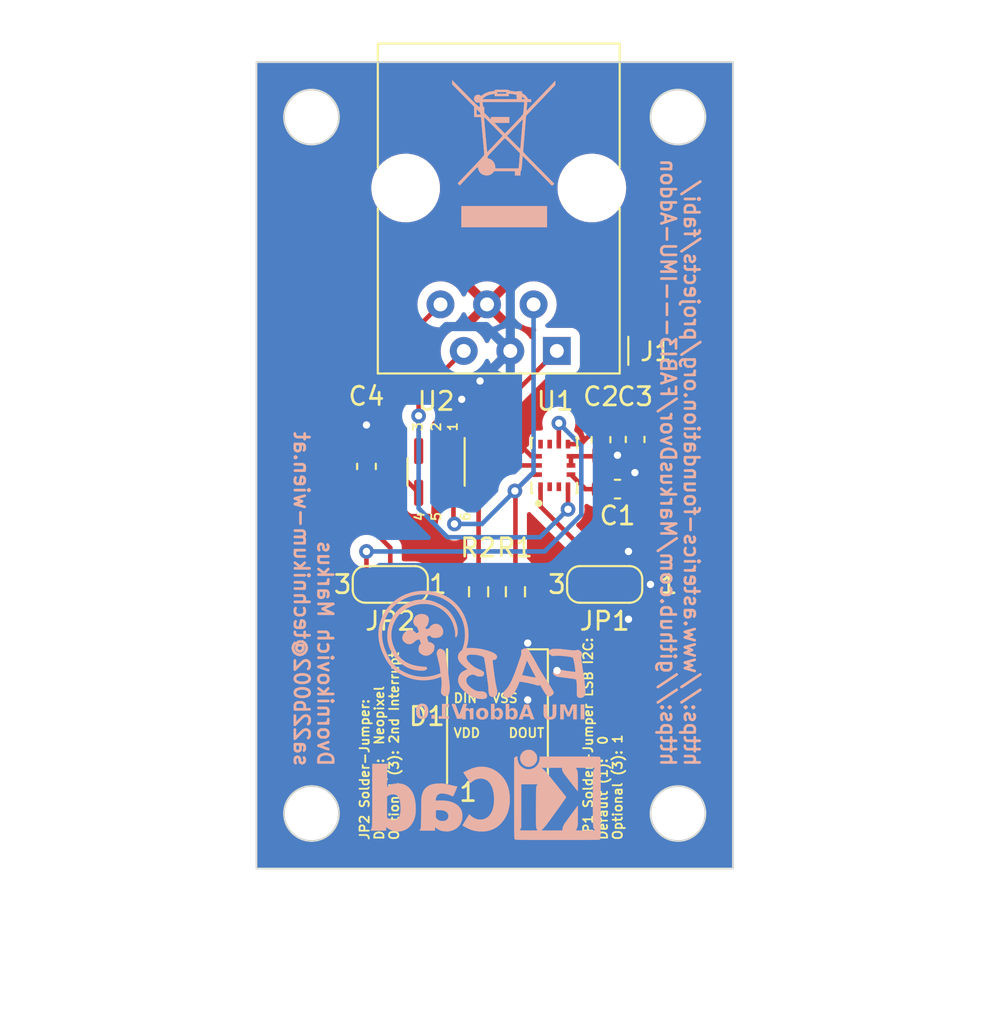
<source format=kicad_pcb>
(kicad_pcb (version 20221018) (generator pcbnew)
  (layers (0 "F.Cu" signal) (31 "B.Cu" signal) (34 "B.Paste" user) (35 "F.Paste" user) (36 "B.SilkS" user "B.Silkscreen") (37 "F.SilkS" user "F.Silkscreen") (38 "B.Mask" user) (39 "F.Mask" user) (44 "Edge.Cuts" user))
  (net 0 "")
  (net 1 "GND")
  (net 2 "+3V3")
  (net 3 "/SCL")
  (net 4 "/SDA")
  (net 5 "/EXT1")
  (net 6 "/EXT2")
  (net 11 "Net-(JP1-C)")
  (net 13 "Net-(D1-DIN)")
  (net 14 "Net-(JP2-B)")
  (footprint "Resistor_SMD:R_0603_1608Metric_Pad0.98x0.95mm_HandSolder" (layer "F.Cu") (at 198.13 71.4 90)
    (fp_text reference "R1" (at 2.4 -0.03 180) (layer "F.SilkS"))
    (fp_text value "10k")
    (pad "1" smd roundrect (at -0.9125 0 90) (size 0.975 0.95) (layers "F.Cu" "F.Paste" "F.Mask") (net 2 "+3V3"))
    (pad "2" smd roundrect (at 0.9125 0 90) (size 0.975 0.95) (layers "F.Cu" "F.Paste" "F.Mask") (net 4 "/SDA"))
  )
  (footprint "ICM-42670-P:IC_ICM-42670-P" (layer "F.Cu") (at 200.25 64.5075 90)
    (fp_text reference "U1" (at 3.5075 0.05 180) (layer "F.SilkS"))
    (fp_text value "ICM-42670-P")
    (pad "1" smd rect (at -1.1625 -0.75 90) (size 0.475 0.25) (layers "F.Cu" "F.Paste") (net 11 "Net-(JP1-C)"))
    (pad "2" smd rect (at -1.1625 -0.25 90) (size 0.475 0.25) (layers "F.Cu" "F.Paste"))
    (pad "3" smd rect (at -1.1625 0.25 90) (size 0.475 0.25) (layers "F.Cu" "F.Paste"))
    (pad "4" smd rect (at -1.1625 0.75 90) (size 0.475 0.25) (layers "F.Cu" "F.Paste") (net 5 "/EXT1"))
    (pad "5" smd rect (at -0.5 0.9125 90) (size 0.25 0.475) (layers "F.Cu" "F.Paste") (net 2 "+3V3"))
    (pad "6" smd rect (at 0 0.9125 90) (size 0.25 0.475) (layers "F.Cu" "F.Paste") (net 1 "GND"))
    (pad "7" smd rect (at 0.5 0.9125 90) (size 0.25 0.475) (layers "F.Cu" "F.Paste") (net 1 "GND"))
    (pad "8" smd rect (at 1.1625 0.75 90) (size 0.475 0.25) (layers "F.Cu" "F.Paste") (net 2 "+3V3"))
    (pad "9" smd rect (at 1.1625 0.25 90) (size 0.475 0.25) (layers "F.Cu" "F.Paste") (net 14 "Net-(JP2-B)"))
    (pad "10" smd rect (at 1.1625 -0.25 90) (size 0.475 0.25) (layers "F.Cu" "F.Paste"))
    (pad "11" smd rect (at 1.1625 -0.75 90) (size 0.475 0.25) (layers "F.Cu" "F.Paste"))
    (pad "12" smd rect (at 0.5 -0.9125 90) (size 0.25 0.475) (layers "F.Cu" "F.Paste") (net 2 "+3V3"))
    (pad "13" smd rect (at 0 -0.9125 90) (size 0.25 0.475) (layers "F.Cu" "F.Paste") (net 3 "/SCL"))
    (pad "14" smd rect (at -0.5 -0.9125 90) (size 0.25 0.475) (layers "F.Cu" "F.Paste") (net 4 "/SDA"))
    (zone (net 0) (net_name "") (layer "F.Cu") (connect_pads (clearance 0)) (min_thickness 0.01)
      (keepout (tracks not_allowed) (vias not_allowed) (pads not_allowed) (copperpour not_allowed) (footprints allowed))
      (fill (thermal_gap 0.508) (thermal_bridge_width 0.508))
      (polygon (pts (xy 199.6 65.4075) (xy 199.6 63.6075) (xy 200.9 63.6075) (xy 200.9 65.4075)))
    )
  )
  (footprint "Capacitor_SMD:C_0603_1608Metric_Pad1.08x0.95mm_HandSolder" (layer "F.Cu") (at 204.6625 63.09 -90)
    (fp_text reference "C3" (at -2.34 0) (layer "F.SilkS"))
    (fp_text value "2,2uF")
    (pad "1" smd roundrect (at -0.8625 0 270) (size 1.075 0.95) (layers "F.Cu" "F.Paste" "F.Mask") (net 2 "+3V3"))
    (pad "2" smd roundrect (at 0.8625 0 270) (size 1.075 0.95) (layers "F.Cu" "F.Paste" "F.Mask") (net 1 "GND"))
  )
  (footprint "LED_SMD:LED_WS2812B_PLCC4_5.0x5.0mm_P3.2mm" (layer "F.Cu") (at 197.15 78.19 90)
    (fp_text reference "D1" (at -0.01 -3.85 180) (layer "F.SilkS"))
    (fp_text value "WS2812B")
    (fp_text user "1" (at -4.15 -1.6 180) (layer "F.SilkS"))
    (pad "1" smd rect (at -2.45 -1.65 90) (size 1.5 0.9) (layers "F.Cu" "F.Paste" "F.Mask") (net 2 "+3V3"))
    (pad "2" smd rect (at -2.45 1.65 90) (size 1.5 0.9) (layers "F.Cu" "F.Paste" "F.Mask"))
    (pad "3" smd rect (at 2.45 1.65 90) (size 1.5 0.9) (layers "F.Cu" "F.Paste" "F.Mask") (net 1 "GND"))
    (pad "4" smd rect (at 2.45 -1.65 90) (size 1.5 0.9) (layers "F.Cu" "F.Paste" "F.Mask") (net 13 "Net-(D1-DIN)"))
  )
  (footprint "Capacitor_SMD:C_0603_1608Metric_Pad1.08x0.95mm_HandSolder" (layer "F.Cu") (at 190 64.5625 90)
    (fp_text reference "C4" (at 3.8325 0) (layer "F.SilkS"))
    (fp_text value "100n")
    (pad "1" smd roundrect (at -0.8625 0 90) (size 1.075 0.95) (layers "F.Cu" "F.Paste" "F.Mask") (net 2 "+3V3"))
    (pad "2" smd roundrect (at 0.8625 0 90) (size 1.075 0.95) (layers "F.Cu" "F.Paste" "F.Mask") (net 1 "GND"))
  )
  (footprint "Capacitor_SMD:C_0603_1608Metric_Pad1.08x0.95mm_HandSolder" (layer "F.Cu") (at 202.8 63.1 -90)
    (fp_text reference "C2" (at -2.35 0) (layer "F.SilkS"))
    (fp_text value "0,1uF")
    (pad "1" smd roundrect (at -0.8625 0 270) (size 1.075 0.95) (layers "F.Cu" "F.Paste" "F.Mask") (net 2 "+3V3"))
    (pad "2" smd roundrect (at 0.8625 0 270) (size 1.075 0.95) (layers "F.Cu" "F.Paste" "F.Mask") (net 1 "GND"))
  )
  (footprint "Jumper:SolderJumper-3_P1.3mm_Bridged12_RoundedPad1.0x1.5mm_NumberLabels" (layer "F.Cu") (at 191.3 71 180)
    (fp_text reference "JP2" (at 0 -2) (layer "F.SilkS"))
    (fp_text value "SolderJumper_3_Bridged12")
    (fp_text user "1" (at -2.6 0) (layer "F.SilkS"))
    (fp_text user "3" (at 2.6 0) (layer "F.SilkS"))
    (fp_poly (pts (xy -0.9 -0.3) (xy -0.4 -0.3) (xy -0.4 0.3) (xy -0.9 0.3)) (fill solid) (layer "F.Cu"))
    (pad "1" smd custom (at -1.3 0 180) (size 1 0.5) (layers "F.Cu" "F.Mask") (net 13 "Net-(D1-DIN)") (options (clearance outline) (anchor rect)) (primitives (gr_poly (pts (xy 0.55 0.75) (xy 0 0.75) (xy 0 -0.75) (xy 0.55 -0.75)) (width 0) (fill yes)) (gr_circle (center 0 0.25) (end 0.5 0.25) (width 0) (fill yes)) (gr_circle (center 0 -0.25) (end 0.5 -0.25) (width 0) (fill yes))))
    (pad "2" smd rect (at 0 0 180) (size 1 1.5) (layers "F.Cu" "F.Mask") (net 6 "/EXT2"))
    (pad "3" smd custom (at 1.3 0 180) (size 1 0.5) (layers "F.Cu" "F.Mask") (net 14 "Net-(JP2-B)") (options (clearance outline) (anchor rect)) (primitives (gr_circle (center 0 0.25) (end 0.5 0.25) (width 0) (fill yes)) (gr_circle (center 0 -0.25) (end 0.5 -0.25) (width 0) (fill yes)) (gr_poly (pts (xy 0 0.75) (xy -0.55 0.75) (xy -0.55 -0.75) (xy 0 -0.75)) (width 0) (fill yes))))
  )
  (footprint "Resistor_SMD:R_0603_1608Metric_Pad0.98x0.95mm_HandSolder" (layer "F.Cu") (at 196.12 71.4 90)
    (fp_text reference "R2" (at 2.4 -0.02 180) (layer "F.SilkS"))
    (fp_text value "10k")
    (pad "1" smd roundrect (at -0.9125 0 90) (size 0.975 0.95) (layers "F.Cu" "F.Paste" "F.Mask") (net 2 "+3V3"))
    (pad "2" smd roundrect (at 0.9125 0 90) (size 0.975 0.95) (layers "F.Cu" "F.Paste" "F.Mask") (net 3 "/SCL"))
  )
  (footprint "Connector_RJ:RJ12_Amphenol_54601" (layer "F.Cu") (at 200.39 58.26 180)
    (fp_text reference "J1" (at -5.41 -0.04) (layer "F.SilkS"))
    (fp_text value "RJ25")
    (pad "" np_thru_hole circle (at -1.91 8.89 180) (size 3.25 3.25) (drill 3.25) (layers "*.Cu" "*.Mask"))
    (pad "" np_thru_hole circle (at 8.25 8.89 180) (size 3.25 3.25) (drill 3.25) (layers "*.Cu" "*.Mask"))
    (pad "1" thru_hole rect (at 0 0 180) (size 1.52 1.52) (drill 0.76) (layers "*.Cu" "*.Mask") (net 3 "/SCL"))
    (pad "2" thru_hole circle (at 1.27 2.54 180) (size 1.52 1.52) (drill 0.76) (layers "*.Cu" "*.Mask") (net 4 "/SDA"))
    (pad "3" thru_hole circle (at 2.54 0 180) (size 1.52 1.52) (drill 0.76) (layers "*.Cu" "*.Mask") (net 1 "GND"))
    (pad "4" thru_hole circle (at 3.81 2.54 180) (size 1.52 1.52) (drill 0.76) (layers "*.Cu" "*.Mask") (net 2 "+3V3"))
    (pad "5" thru_hole circle (at 5.08 0 180) (size 1.52 1.52) (drill 0.76) (layers "*.Cu" "*.Mask") (net 5 "/EXT1"))
    (pad "6" thru_hole circle (at 6.35 2.54 180) (size 1.52 1.52) (drill 0.76) (layers "*.Cu" "*.Mask") (net 6 "/EXT2"))
  )
  (footprint "Capacitor_SMD:C_0603_1608Metric_Pad1.08x0.95mm_HandSolder" (layer "F.Cu") (at 203.7 65.8)
    (fp_text reference "C1" (at 0 1.45 180) (layer "F.SilkS"))
    (fp_text value "10nF")
    (pad "1" smd roundrect (at -0.8625 0) (size 1.075 0.95) (layers "F.Cu" "F.Paste" "F.Mask") (net 2 "+3V3"))
    (pad "2" smd roundrect (at 0.8625 0) (size 1.075 0.95) (layers "F.Cu" "F.Paste" "F.Mask") (net 1 "GND"))
  )
  (footprint "Jumper:SolderJumper-3_P1.3mm_Bridged12_RoundedPad1.0x1.5mm_NumberLabels" (layer "F.Cu") (at 203 71 180)
    (fp_text reference "JP1" (at 0 -2) (layer "F.SilkS"))
    (fp_text value "SolderJumper_3_Bridged12")
    (fp_text user "3" (at 2.6 0) (layer "F.SilkS"))
    (fp_text user "1" (at -3.5 0) (layer "F.SilkS"))
    (fp_poly (pts (xy -0.9 -0.3) (xy -0.4 -0.3) (xy -0.4 0.3) (xy -0.9 0.3)) (fill solid) (layer "F.Cu"))
    (pad "1" smd custom (at -1.3 0 180) (size 1 0.5) (layers "F.Cu" "F.Mask") (net 1 "GND") (options (clearance outline) (anchor rect)) (primitives (gr_poly (pts (xy 0.55 0.75) (xy 0 0.75) (xy 0 -0.75) (xy 0.55 -0.75)) (width 0) (fill yes)) (gr_circle (center 0 0.25) (end 0.5 0.25) (width 0) (fill yes)) (gr_circle (center 0 -0.25) (end 0.5 -0.25) (width 0) (fill yes))))
    (pad "2" smd rect (at 0 0 180) (size 1 1.5) (layers "F.Cu" "F.Mask") (net 11 "Net-(JP1-C)"))
    (pad "3" smd custom (at 1.3 0 180) (size 1 0.5) (layers "F.Cu" "F.Mask") (net 2 "+3V3") (options (clearance outline) (anchor rect)) (primitives (gr_circle (center 0 0.25) (end 0.5 0.25) (width 0) (fill yes)) (gr_circle (center 0 -0.25) (end 0.5 -0.25) (width 0) (fill yes)) (gr_poly (pts (xy 0 0.75) (xy -0.55 0.75) (xy -0.55 -0.75) (xy 0 -0.75)) (width 0) (fill yes))))
  )
  (footprint "Package_SO:SC-74-6_1.5x2.9mm_P0.95mm" (layer "F.Cu") (at 193.7975 64.8625 -90)
    (fp_text reference "U2" (at -3.8625 -0.0025 -180) (layer "F.SilkS"))
    (fp_text value "D1213A-04SO-7")
    (pad "1" smd roundrect (at -1.1375 -0.95 270) (size 1.425 0.5) (layers "F.Cu" "F.Paste" "F.Mask") (net 3 "/SCL"))
    (pad "2" smd roundrect (at -1.1375 0 270) (size 1.425 0.5) (layers "F.Cu" "F.Paste" "F.Mask") (net 1 "GND"))
    (pad "3" smd roundrect (at -1.1375 0.95 270) (size 1.425 0.5) (layers "F.Cu" "F.Paste" "F.Mask") (net 5 "/EXT1"))
    (pad "4" smd roundrect (at 1.1375 0.95 270) (size 1.425 0.5) (layers "F.Cu" "F.Paste" "F.Mask") (net 6 "/EXT2"))
    (pad "5" smd roundrect (at 1.1375 0 270) (size 1.425 0.5) (layers "F.Cu" "F.Paste" "F.Mask") (net 2 "+3V3"))
    (pad "6" smd roundrect (at 1.1375 -0.95 270) (size 1.425 0.5) (layers "F.Cu" "F.Paste" "F.Mask") (net 4 "/SDA"))
  )
  (footprint "Symbol:KiCad-Logo_5mm_SilkScreen" (layer "B.Cu") (at 196.505698 83 180)
    (fp_text reference "LOGO2" hide)
    (fp_text value "Logo_KiCAD" hide)
  )
  (footprint "Symbol:WEEE-Logo_5.6x8mm_SilkScreen" (layer "B.Cu") (at 197.5 47.5 180)
    (fp_text reference "LOGO4" hide)
    (fp_text value "Logo_WEEE" hide)
  )
  (footprint "FABI:FABI_Logo_s" (layer "B.Cu") (at 196.240099 73.928395 180)
    (fp_text reference "LOGO1" hide)
    (fp_text value "Logo_FABI" hide)
  )
  (gr_circle (center 187 45.5) (end 185.5 45.5) (stroke (width 0.1)) (fill none) (layer "Edge.Cuts"))
  (gr_rect (start 184 42.5) (end 210 86.5) (stroke (width 0.1)) (fill none) (layer "Edge.Cuts"))
  (gr_circle (center 207 83.5) (end 207 85) (stroke (width 0.1)) (fill none) (layer "Edge.Cuts"))
  (gr_circle (center 207 45.5) (end 207 47) (stroke (width 0.1)) (fill none) (layer "Edge.Cuts"))
  (gr_circle (center 187 83.5) (end 185.5 83.5) (stroke (width 0.1)) (fill none) (layer "Edge.Cuts"))
  (gr_text "V1.0" (at 195.5 78) (layer "B.SilkS") (effects (font (size 0.8 0.8) (thickness 0.15) bold) (justify left mirror)))
  (gr_text "Dvornikovich Markus\nsa22b002@technikum-wien.at" (at 187.1 81 -90) (layer "B.SilkS") (effects (font (size 0.8 0.8) (thickness 0.15) bold) (justify left mirror)))
  (gr_text "IMU Addon" (at 202 78.5) (layer "B.SilkS") (effects (font (size 0.8 0.8) (thickness 0.2) bold) (justify left bottom mirror)))
  (gr_text "https://www.asterics-foundation.org/projects/fabi/\nhttps://github.com/MarkusDvor/FABI3---IMU-Addon" (at 207.1 81 -90) (layer "B.SilkS") (effects (font (size 0.8 0.8) (thickness 0.15) bold) (justify left mirror)))
  (gr_text "3" (at 193.1 62.7 90) (layer "F.SilkS") (effects (font (size 0.5 0.5) (thickness 0.1) bold) (justify left bottom)))
  (gr_text "6" (at 195.7 67.6 90) (layer "F.SilkS") (effects (font (size 0.5 0.5) (thickness 0.1) bold) (justify left bottom)))
  (gr_text "VSS" (at 196.8 77.5) (layer "F.SilkS") (effects (font (size 0.5 0.5) (thickness 0.1) bold) (justify left bottom)))
  (gr_text "5" (at 194.1 67.6 90) (layer "F.SilkS") (effects (font (size 0.5 0.5) (thickness 0.1) bold) (justify left bottom)))
  (gr_text "DOUT" (at 197.7 79.4) (layer "F.SilkS") (effects (font (size 0.5 0.5) (thickness 0.1) bold) (justify left bottom)))
  (gr_text "VDD\n" (at 194.7 79.4) (layer "F.SilkS") (effects (font (size 0.5 0.5) (thickness 0.1) bold) (justify left bottom)))
  (gr_text "2" (at 194.1 62.7 90) (layer "F.SilkS") (effects (font (size 0.5 0.5) (thickness 0.1) bold) (justify left bottom)))
  (gr_text "JP2 Solder-Jumper:\nDefault (1):  Neopixel\nOptional (3): 2nd Interrupt" (at 191.8 85 90) (layer "F.SilkS") (effects (font (size 0.5 0.5) (thickness 0.1) bold) (justify left bottom)))
  (gr_text "DIN" (at 194.7 77.5) (layer "F.SilkS") (effects (font (size 0.5 0.5) (thickness 0.1) bold) (justify left bottom)))
  (gr_text "JP1 Solder-Jumper LSB I2C:\nDefault (1):  0\nOptional (3): 1" (at 204 85 90) (layer "F.SilkS") (effects (font (size 0.5 0.5) (thickness 0.1) bold) (justify left bottom)))
  (gr_text "4" (at 193.2 67.6 90) (layer "F.SilkS") (effects (font (size 0.5 0.5) (thickness 0.1) bold) (justify left bottom)))
  (gr_text "1" (at 195 62.7 90) (layer "F.SilkS") (effects (font (size 0.5 0.5) (thickness 0.1) bold) (justify left bottom)))
  (segment (start 196.2 59.91) (end 196.11 60) (width 0.5) (layer "F.Cu") (net 1))
  (segment (start 204.3 71) (end 205.5 71) (width 0.5) (layer "F.Cu") (net 1))
  (segment (start 203.7 63.95) (end 203.7125 63.9625) (width 0.25) (layer "F.Cu") (net 1))
  (segment (start 197.85 58.26) (end 197.85 58.25) (width 0.5) (layer "F.Cu") (net 1))
  (segment (start 193.7975 62.3125) (end 193.7975 63.725) (width 0.5) (layer "F.Cu") (net 1))
  (segment (start 198.8 75.74) (end 198.8 74.2) (width 0.5) (layer "F.Cu") (net 1))
  (segment (start 196.81 59.3) (end 196.8 59.3) (width 0.5) (layer "F.Cu") (net 1))
  (segment (start 196.8 59.31) (end 196.21 59.9) (width 0.5) (layer "F.Cu") (net 1))
  (segment (start 204.6625 65.7) (end 204.5625 65.8) (width 0.25) (layer "F.Cu") (net 1))
  (segment (start 204.6625 64.8875) (end 204.65 64.9) (width 0.25) (layer "F.Cu") (net 1))
  (segment (start 195.4 60.71) (end 195.21 60.9) (width 0.5) (layer "F.Cu") (net 1))
  (segment (start 202.8 63.9625) (end 203.6875 63.9625) (width 0.25) (layer "F.Cu") (net 1))
  (segment (start 195.4 60.7) (end 195.4 60.71) (width 0.5) (layer "F.Cu") (net 1))
  (segment (start 198.8 75.74) (end 198.8 77.3) (width 0.5) (layer "F.Cu") (net 1))
  (segment (start 195.21 60.9) (end 195.2 60.9) (width 0.5) (layer "F.Cu") (net 1))
  (segment (start 204.3 71) (end 204.3 72.9) (width 0.5) (layer "F.Cu") (net 1))
  (segment (start 198.8 75.74) (end 200.36 75.74) (width 0.5) (layer "F.Cu") (net 1))
  (segment (start 196.1 60.01) (end 195.41 60.7) (width 0.5) (layer "F.Cu") (net 1))
  (segment (start 204.6625 64.9125) (end 204.6625 65.7) (width 0.25) (layer "F.Cu") (net 1))
  (segment (start 195.41 60.7) (end 195.4 60.7) (width 0.5) (layer "F.Cu") (net 1))
  (segment (start 196.8 59.3) (end 196.8 59.31) (width 0.5) (layer "F.Cu") (net 1))
  (segment (start 196.11 60) (end 196.1 60) (width 0.5) (layer "F.Cu") (net 1))
  (segment (start 203.7125 63.9625) (end 204.6525 63.9625) (width 0.25) (layer "F.Cu") (net 1))
  (segment (start 195.2 60.91) (end 193.7975 62.3125) (width 0.5) (layer "F.Cu") (net 1))
  (segment (start 196.2 59.9) (end 196.2 59.91) (width 0.5) (layer "F.Cu") (net 1))
  (segment (start 200.36 75.74) (end 200.4 75.7) (width 0.5) (layer "F.Cu") (net 1))
  (segment (start 202.755 64.0075) (end 202.8 63.9625) (width 0.25) (layer "F.Cu") (net 1))
  (segment (start 196.21 59.9) (end 196.2 59.9) (width 0.5) (layer "F.Cu") (net 1))
  (segment (start 204.6525 63.9625) (end 204.6625 63.9525) (width 0.25) (layer "F.Cu") (net 1))
  (segment (start 195.2 60.9) (end 195.2 60.91) (width 0.5) (layer "F.Cu") (net 1))
  (segment (start 204.6625 63.9525) (end 204.6625 64.8875) (width 0.25) (layer "F.Cu") (net 1))
  (segment (start 190 63.7) (end 190 62.3) (width 0.5) (layer "F.Cu") (net 1))
  (segment (start 203.6875 63.9625) (end 203.7 63.95) (width 0.25) (layer "F.Cu") (net 1))
  (segment (start 201.1625 64.5075) (end 201.1625 64.0075) (width 0.25) (layer "F.Cu") (net 1))
  (segment (start 197.85 58.26) (end 196.81 59.3) (width 0.5) (layer "F.Cu") (net 1))
  (segment (start 204.65 64.9) (end 204.6625 64.9125) (width 0.25) (layer "F.Cu") (net 1))
  (segment (start 201.1625 64.0075) (end 202.755 64.0075) (width 0.25) (layer "F.Cu") (net 1))
  (segment (start 196.1 60) (end 196.1 60.01) (width 0.5) (layer "F.Cu") (net 1))
  (segment (start 204.3 71) (end 204.3 69.2) (width 0.5) (layer "F.Cu") (net 1))
  (via (at 196.2 59.9) (size 0.8) (drill 0.4) (layers "F.Cu" "B.Cu") (net 1))
  (via (at 204.65 64.9) (size 0.8) (drill 0.4) (layers "F.Cu" "B.Cu") (net 1))
  (via (at 195.2 60.9) (size 0.8) (drill 0.4) (layers "F.Cu" "B.Cu") (net 1))
  (via (at 198.8 74.2) (size 0.8) (drill 0.4) (layers "F.Cu" "B.Cu") (net 1))
  (via (at 203.7 63.95) (size 0.8) (drill 0.4) (layers "F.Cu" "B.Cu") (net 1))
  (via (at 205.5 71) (size 0.8) (drill 0.4) (layers "F.Cu" "B.Cu") (net 1))
  (via (at 200.4 75.7) (size 0.8) (drill 0.4) (layers "F.Cu" "B.Cu") (net 1))
  (via (at 190 62.3) (size 0.8) (drill 0.4) (layers "F.Cu" "B.Cu") (net 1))
  (via (at 204.3 72.9) (size 0.8) (drill 0.4) (layers "F.Cu" "B.Cu") (net 1))
  (via (at 204.3 69.2) (size 0.8) (drill 0.4) (layers "F.Cu" "B.Cu") (net 1))
  (via (at 198.8 77.3) (size 0.8) (drill 0.4) (layers "F.Cu" "B.Cu") (net 1))
  (segment (start 197.85 58.26) (end 196.52 56.93) (width 0.5) (layer "B.Cu") (net 1))
  (segment (start 197.85 58.26) (end 197.85 60.45) (width 0.5) (layer "B.Cu") (net 1))
  (segment (start 194.37 56.93) (end 193.3 58) (width 0.5) (layer "B.Cu") (net 1))
  (segment (start 191.35 60.95) (end 195.15 60.95) (width 0.5) (layer "B.Cu") (net 1))
  (segment (start 196.52 56.93) (end 194.37 56.93) (width 0.5) (layer "B.Cu") (net 1))
  (segment (start 197.85 58.26) (end 197.85 54.15) (width 0.5) (layer "B.Cu") (net 1))
  (segment (start 197.85 58.26) (end 195.71 60.4) (width 0.5) (layer "B.Cu") (net 1))
  (segment (start 190 62.3) (end 191.35 60.95) (width 0.5) (layer "B.Cu") (net 1))
  (segment (start 195.15 60.95) (end 195.2 60.9) (width 0.5) (layer "B.Cu") (net 1))
  (segment (start 199.3375 64.0075) (end 199.0075 64.0075) (width 0.25) (layer "F.Cu") (net 2))
  (segment (start 201.955 65.8) (end 201.1625 65.0075) (width 0.25) (layer "F.Cu") (net 2))
  (segment (start 202.8 62.2375) (end 204.6525 62.2375) (width 0.25) (layer "F.Cu") (net 2))
  (segment (start 200.3875 72.3125) (end 201.7 71) (width 0.5) (layer "F.Cu") (net 2))
  (segment (start 193.7975 67.2025) (end 193.6 67.4) (width 0.5) (layer "F.Cu") (net 2))
  (segment (start 201.6925 63.345) (end 202.8 62.2375) (width 0.25) (layer "F.Cu") (net 2))
  (segment (start 204.6525 62.2375) (end 204.6625 62.2275) (width 0.25) (layer "F.Cu") (net 2))
  (segment (start 193.7975 66) (end 193.7975 67.2025) (width 0.5) (layer "F.Cu") (net 2))
  (segment (start 198.13 72.3125) (end 200.3875 72.3125) (width 0.5) (layer "F.Cu") (net 2))
  (segment (start 196.12 72.3125) (end 198.13 72.3125) (width 0.5) (layer "F.Cu") (net 2))
  (segment (start 190 66) (end 190 65.425) (width 0.5) (layer "F.Cu") (net 2))
  (segment (start 202.8375 65.8) (end 201.955 65.8) (width 0.25) (layer "F.Cu") (net 2))
  (segment (start 201 63.345) (end 201.6925 63.345) (width 0.25) (layer "F.Cu") (net 2))
  (segment (start 191.4 67.4) (end 190 66) (width 0.5) (layer "F.Cu") (net 2))
  (segment (start 193.6 67.4) (end 191.4 67.4) (width 0.5) (layer "F.Cu") (net 2))
  (segment (start 199.0075 64.0075) (end 198 63) (width 0.25) (layer "F.Cu") (net 2))
  (segment (start 194.7475 63.725) (end 196.095 63.725) (width 0.25) (layer "F.Cu") (net 3))
  (segment (start 199.3375 64.5075) (end 196.9275 64.5075) (width 0.25) (layer "F.Cu") (net 3))
  (segment (start 196.9275 64.5075) (end 196.12 63.7) (width 0.25) (layer "F.Cu") (net 3))
  (segment (start 200.39 58.26) (end 196.12 62.53) (width 0.25) (layer "F.Cu") (net 3))
  (segment (start 196.12 63.7) (end 196.12 70.4875) (width 0.25) (layer "F.Cu") (net 3))
  (segment (start 196.12 62.53) (end 196.12 63.7) (width 0.25) (layer "F.Cu") (net 3))
  (segment (start 194.7475 67.6475) (end 194.8 67.7) (width 0.25) (layer "F.Cu") (net 4))
  (segment (start 198.13 70.4875) (end 198.13 65.93) (width 0.25) (layer "F.Cu") (net 4))
  (segment (start 198.9925 65.0075) (end 198.1 65.9) (width 0.25) (layer "F.Cu") (net 4))
  (segment (start 198.13 65.93) (end 198.1 65.9) (width 0.25) (layer "F.Cu") (net 4))
  (segment (start 194.7475 66) (end 194.7475 67.6475) (width 0.25) (layer "F.Cu") (net 4))
  (segment (start 199.3375 65.0075) (end 198.9925 65.0075) (width 0.25) (layer "F.Cu") (net 4))
  (via (at 198.1 65.9) (size 0.8) (drill 0.4) (layers "F.Cu" "B.Cu") (net 4))
  (via (at 194.8 67.7) (size 0.8) (drill 0.4) (layers "F.Cu" "B.Cu") (net 4))
  (segment (start 198.1 65.9) (end 199.12 64.88) (width 0.25) (layer "B.Cu") (net 4))
  (segment (start 199.12 64.88) (end 199.12 55.72) (width 0.25) (layer "B.Cu") (net 4))
  (segment (start 196.3 67.7) (end 198.1 65.9) (width 0.25) (layer "B.Cu") (net 4))
  (segment (start 194.8 67.7) (end 196.3 67.7) (width 0.25) (layer "B.Cu") (net 4))
  (segment (start 195.31 58.26) (end 192.8475 60.7225) (width 0.25) (layer "F.Cu") (net 5))
  (segment (start 192.8475 60.7225) (end 192.8475 61.8) (width 0.25) (layer "F.Cu") (net 5))
  (segment (start 192.8475 61.8) (end 192.8475 63.725) (width 0.25) (layer "F.Cu") (net 5))
  (segment (start 201 65.67) (end 201 66.9) (width 0.25) (layer "F.Cu") (net 5))
  (via (at 201 66.9) (size 0.8) (drill 0.4) (layers "F.Cu" "B.Cu") (net 5))
  (via (at 192.8475 61.8) (size 0.8) (drill 0.4) (layers "F.Cu" "B.Cu") (net 5))
  (segment (start 192.8475 66.8475) (end 192.8475 61.8) (width 0.25) (layer "B.Cu") (net 5))
  (segment (start 194.425 68.425) (end 192.8475 66.8475) (width 0.25) (layer "B.Cu") (net 5))
  (segment (start 201 66.9) (end 199.475 68.425) (width 0.25) (layer "B.Cu") (net 5))
  (segment (start 199.475 68.425) (end 194.425 68.425) (width 0.25) (layer "B.Cu") (net 5))
  (segment (start 191.5 61.3) (end 191.5 62) (width 0.25) (layer "F.Cu") (net 6))
  (segment (start 191.5 62) (end 191.5 64.6525) (width 0.25) (layer "F.Cu") (net 6))
  (segment (start 191.3 69) (end 188.9 66.6) (width 0.25) (layer "F.Cu") (net 6))
  (segment (start 188.9 66.6) (end 188.9 62.2) (width 0.25) (layer "F.Cu") (net 6))
  (segment (start 189.8 61.3) (end 191.5 61.3) (width 0.25) (layer "F.Cu") (net 6))
  (segment (start 191.5 64.6525) (end 192.8475 66) (width 0.25) (layer "F.Cu") (net 6))
  (segment (start 188.9 62.2) (end 189.8 61.3) (width 0.25) (layer "F.Cu") (net 6))
  (segment (start 194.04 55.72) (end 191.5 58.26) (width 0.25) (layer "F.Cu") (net 6))
  (segment (start 191.5 58.26) (end 191.5 61.3) (width 0.25) (layer "F.Cu") (net 6))
  (segment (start 191.3 71) (end 191.3 69) (width 0.25) (layer "F.Cu") (net 6))
  (segment (start 199.5 66.75) (end 199.5 65.67) (width 0.25) (layer "F.Cu") (net 11))
  (segment (start 203 71) (end 203 70.25) (width 0.25) (layer "F.Cu") (net 11))
  (segment (start 203 70.25) (end 199.5 66.75) (width 0.25) (layer "F.Cu") (net 11))
  (segment (start 192.6 71) (end 192.6 72.84) (width 0.25) (layer "F.Cu") (net 13))
  (segment (start 192.6 72.84) (end 195.5 75.74) (width 0.25) (layer "F.Cu") (net 13))
  (segment (start 200.5 62.2) (end 200.5 63.345) (width 0.25) (layer "F.Cu") (net 14))
  (segment (start 190 71) (end 190 69.2) (width 0.25) (layer "F.Cu") (net 14))
  (via (at 200.5 62.2) (size 0.8) (drill 0.4) (layers "F.Cu" "B.Cu") (net 14))
  (via (at 190 69.2) (size 0.8) (drill 0.4) (layers "F.Cu" "B.Cu") (net 14))
  (segment (start 199.725305 69.2) (end 201.725 67.200305) (width 0.25) (layer "B.Cu") (net 14))
  (segment (start 201.725 67.200305) (end 201.725 63.425) (width 0.25) (layer "B.Cu") (net 14))
  (segment (start 201.725 63.425) (end 200.5 62.2) (width 0.25) (layer "B.Cu") (net 14))
  (segment (start 190 69.2) (end 199.725305 69.2) (width 0.25) (layer "B.Cu") (net 14))
  (zone (net 2) (net_name "+3V3") (layer "F.Cu") (connect_pads (clearance 0.5)) (min_thickness 0.25) (fill yes (thermal_gap 0.5) (thermal_bridge_width 0.5))
    (polygon (pts (xy 170 40) (xy 220 40) (xy 220 95) (xy 170 95)))
  )
  (zone (net 1) (net_name "GND") (layer "B.Cu") (priority 1) (connect_pads (clearance 0.5)) (min_thickness 0.25) (fill yes (thermal_gap 0.5) (thermal_bridge_width 0.5))
    (polygon (pts (xy 224 40) (xy 174 40) (xy 174 95) (xy 224 95)))
  )
)
</source>
